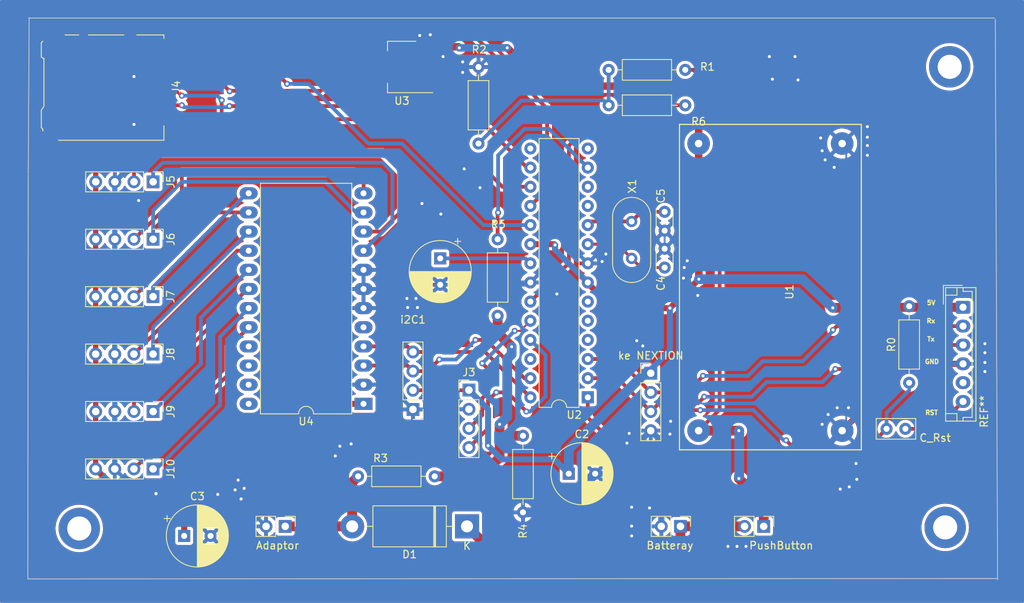
<source format=kicad_pcb>
(kicad_pcb (version 20240108) (generator "pcbnew") (generator_version "8.0")
  (layers (0 "F.Cu" signal) (31 "B.Cu" signal) (34 "B.Paste" user) (35 "F.Paste" user) (36 "B.SilkS" user "B.Silkscreen") (37 "F.SilkS" user "F.Silkscreen") (38 "B.Mask" user) (39 "F.Mask" user) (44 "Edge.Cuts" user))
  (net 0 "")
  (net 1 "GND")
  (net 2 "+5V")
  (net 3 "Net-(U2-AREF)")
  (net 4 "Net-(U2-XTAL1{slash}PB6)")
  (net 5 "Net-(U2-XTAL2{slash}PB7)")
  (net 6 "Net-(D1-A)")
  (net 7 "Net-(D1-K)")
  (net 8 "Net-(U2-PC4)")
  (net 9 "Net-(U2-PC5)")
  (net 10 "Net-(J1-Pin_1)")
  (net 11 "Net-(J2-Pin_2)")
  (net 12 "Net-(J2-Pin_3)")
  (net 13 "Net-(J3-Pin_3)")
  (net 14 "Net-(J3-Pin_4)")
  (net 16 "/CS")
  (net 17 "/MOSI")
  (net 18 "/SCLK")
  (net 19 "/MISO")
  (net 22 "Net-(J5-Pin_1)")
  (net 23 "Net-(J5-Pin_2)")
  (net 24 "Net-(J6-Pin_1)")
  (net 25 "Net-(J6-Pin_2)")
  (net 26 "Net-(J7-Pin_1)")
  (net 27 "Net-(J7-Pin_2)")
  (net 28 "Net-(J8-Pin_1)")
  (net 29 "Net-(J8-Pin_2)")
  (net 30 "Net-(J9-Pin_1)")
  (net 31 "Net-(J9-Pin_2)")
  (net 32 "Net-(J10-Pin_1)")
  (net 33 "Net-(J10-Pin_2)")
  (net 34 "Net-(U2-PD7)")
  (net 35 "Net-(U2-PC0)")
  (net 37 "Net-(R1-Pad2)")
  (net 38 "Net-(R3-Pad1)")
  (net 44 "3v3")
  (net 52 "RST")
  (net 53 "CRst_1")
  (footprint "Package_TO_SOT_SMD:SOT-223-3_TabPin2" (layer "F.Cu") (at 142.24 68.58 180)
    (property "Reference" "U3")
    (property "Value" "AMS1117-3.3")
  )
  (footprint "Resistor_THT:R_Axial_DIN0207_L6.3mm_D2.5mm_P10.16mm_Horizontal" (layer "F.Cu") (at 154.94 101.6 90)
    (property "Reference" "R5")
    (property "Value" "100")
  )
  (footprint "Connector_PinHeader_2.54mm:PinHeader_1x02_P2.54mm_Vertical" (layer "F.Cu") (at 179.197 129.54 -90)
    (property "Reference" "Batteray")
    (property "Value" "BATT")
  )
  (footprint "Resistor_THT:R_Axial_DIN0207_L6.3mm_D2.5mm_P10.16mm_Horizontal" (layer "F.Cu") (at 158.3 117.52 -90)
    (property "Reference" "R4")
    (property "Value" "22K")
  )
  (footprint "Connector_PinHeader_2.54mm:PinHeader_1x04_P2.54mm_Vertical" (layer "F.Cu") (at 151.13 111.46)
    (property "Reference" "J3")
    (property "Value" "AUX")
  )
  (footprint "Resistor_THT:R_Axial_DIN0207_L6.3mm_D2.5mm_P10.16mm_Horizontal" (layer "F.Cu") (at 179.832 68.961 180)
    (property "Reference" "R1")
    (property "Value" "10K")
  )
  (footprint "Connector_PinHeader_2.54mm:PinHeader_1x02_P2.54mm_Vertical" (layer "F.Cu") (at 190.246 129.54 -90)
    (property "Reference" "PushButton")
    (property "Value" "SWITCH")
  )
  (footprint "Capacitor_THT:C_Disc_D5.0mm_W2.5mm_P2.50mm" (layer "F.Cu") (at 206.55 116.6)
    (property "Reference" "C_Rst")
    (property "Value" "0.1uF/10V")
  )
  (footprint "Connector_PinHeader_2.54mm:PinHeader_1x04_P2.54mm_Vertical" (layer "F.Cu") (at 109.21 99.06 -90)
    (property "Reference" "J7")
    (property "Value" "T5")
  )
  (footprint "Connector_PinHeader_2.54mm:PinHeader_1x04_P2.54mm_Vertical" (layer "F.Cu") (at 109.22 114.3 -90)
    (property "Reference" "J9")
    (property "Value" "T7")
  )
  (footprint "eec:DC-DC" (layer "F.Cu") (at 191.77 99.06 90)
    (property "Reference" "U1")
    (property "Value" "DC-DC")
  )
  (footprint "Package_DIP:DIP-24_W15.24mm_LongPads" (layer "F.Cu") (at 137.14 113.281 180)
    (property "Reference" "U4")
    (property "Value" "TCA9548APWR")
  )
  (footprint "Package_DIP:DIP-28_W7.62mm" (layer "F.Cu") (at 166.904 112.416 180)
    (property "Reference" "U2")
    (property "Value" "ATmega328P-P")
  )
  (footprint "" (layer "F.Cu") (at 99.42 129.82)
    (property "Reference" "")
    (property "Value" "")
  )
  (footprint "Resistor_THT:R_Axial_DIN0207_L6.3mm_D2.5mm_P10.16mm_Horizontal" (layer "F.Cu") (at 209.55 110.49 90)
    (property "Reference" "R0")
    (property "Value" "10k")
  )
  (footprint "Capacitor_THT:CP_Radial_D8.0mm_P3.50mm" (layer "F.Cu") (at 147.32 93.98 -90)
    (property "Reference" "C1" (hide yes))
    (property "Value" "100uF/10V")
  )
  (footprint "Connector_PinHeader_2.54mm:PinHeader_1x04_P2.54mm_Vertical" (layer "F.Cu") (at 175.26 109.22)
    (property "Reference" "ke NEXTION")
    (property "Value" "RS232")
  )
  (footprint "Connector_PinHeader_2.54mm:PinHeader_1x02_P2.54mm_Vertical" (layer "F.Cu") (at 126.746 129.54 -90)
    (property "Reference" "Adaptor")
    (property "Value" "DC IN")
  )
  (footprint "Connector_PinHeader_2.54mm:PinHeader_1x04_P2.54mm_Vertical" (layer "F.Cu") (at 109.22 83.82 -90)
    (property "Reference" "J5")
    (property "Value" "T3")
  )
  (footprint "Diode_THT:D_DO-201AD_P15.24mm_Horizontal" (layer "F.Cu") (at 150.876 129.54 180)
    (property "Reference" "D1")
    (property "Value" "1N5401")
  )
  (footprint "Connector_PinHeader_2.54mm:PinHeader_1x04_P2.54mm_Vertical" (layer "F.Cu") (at 109.21 121.92 -90)
    (property "Reference" "J10")
    (property "Value" "T8")
  )
  (footprint "Connector_PinHeader_2.54mm:PinHeader_1x04_P2.54mm_Vertical" (layer "F.Cu") (at 109.21 106.68 -90)
    (property "Reference" "J8")
    (property "Value" "T6")
  )
  (footprint "MountingHole:MountingHole_3.2mm_M3_ISO14580_Pad" (layer "F.Cu") (at 214.33 129.68)
    (property "Reference" "REF**" (hide yes))
    (property "Value" "MountingHole_3.2mm_M3_ISO14580_Pad")
  )
  (footprint "Resistor_THT:R_Axial_DIN0207_L6.3mm_D2.5mm_P10.16mm_Horizontal" (layer "F.Cu") (at 152.4 78.74 90)
    (property "Reference" "R2")
    (property "Value" "4K7")
  )
  (footprint "Resistor_THT:R_Axial_DIN0207_L6.3mm_D2.5mm_P10.16mm_Horizontal" (layer "F.Cu") (at 179.832 73.66 180)
    (property "Reference" "R6")
    (property "Value" "100")
  )
  (footprint "Capacitor_THT:CP_Radial_D8.0mm_P3.50mm" (layer "F.Cu") (at 113.34 130.81)
    (property "Reference" "C3")
    (property "Value" "100uF/10V")
  )
  (footprint "Capacitor_THT:C_Disc_D3.0mm_W2.0mm_P2.50mm" (layer "F.Cu") (at 177.1 87.8 -90)
    (property "Reference" "C5")
    (property "Value" "22p")
  )
  (footprint "Capacitor_THT:C_Disc_D3.0mm_W2.0mm_P2.50mm" (layer "F.Cu") (at 177.1 95.2 90)
    (property "Reference" "C4")
    (property "Value" "22p")
  )
  (footprint "Connector_Card:microSD_HC_Hirose_DM3AT-SF-PEJM5" (layer "F.Cu") (at 102.765 71.305 -90)
    (property "Reference" "J4")
    (property "Value" "Micro_SD_Card")
  )
  (footprint "Crystal:Crystal_HC18-U_Vertical" (layer "F.Cu") (at 172.72 93.98 90)
    (property "Reference" "X1")
    (property "Value" "Crystal")
  )
  (footprint "Connector_PinHeader_2.54mm:PinHeader_1x04_P2.54mm_Vertical" (layer "F.Cu") (at 143.7 114.02 180)
    (property "Reference" "i2C1")
    (property "Value" "J2")
  )
  (footprint "Connector_PinHeader_2.54mm:PinHeader_1x04_P2.54mm_Vertical" (layer "F.Cu") (at 109.22 91.44 -90)
    (property "Reference" "J6")
    (property "Value" "T4")
  )
  (footprint "Capacitor_THT:CP_Radial_D8.0mm_P3.50mm" (layer "F.Cu") (at 164.378 122.555)
    (property "Reference" "C2")
    (property "Value" "100uf/10V")
  )
  (footprint "Resistor_THT:R_Axial_DIN0207_L6.3mm_D2.5mm_P10.16mm_Horizontal" (layer "F.Cu") (at 146.58 122.9 180)
    (property "Reference" "R3")
    (property "Value" "33K")
  )
  (footprint "Connector_JST:JST_EH_B6B-EH-A_1x06_P2.50mm_Vertical" (layer "F.Cu") (at 216.7 100.47 -90)
    (property "Reference" "REF**")
    (property "Value" "JST_EH_B6B-EH-A_1x06_P2.50mm_Vertical" (hide yes))
  )
  (footprint "" (layer "F.Cu") (at 214.93 68.56)
    (property "Reference" "")
    (property "Value" "")
  )
  (gr_line (start 92.5925 136.51) (end 221.175 136.47) (stroke (width 0.1)) (layer "Edge.Cuts"))
  (gr_line (start 92.77 62.05) (end 92.65 82.73) (stroke (width 0.1)) (layer "Edge.Cuts"))
  (gr_line (start 92.6475 82.85) (end 92.5925 136.51) (stroke (width 0.1)) (layer "Edge.Cuts"))
  (gr_line (start 220.87 62.09) (end 92.71 62.09) (stroke (width 0.1)) (layer "Edge.Cuts"))
  (gr_line (start 221.285 136.61) (end 220.98 62.23) (stroke (width 0.1)) (layer "Edge.Cuts"))
  (gr_text "RST\n" (at 211.62 114.8 0) (layer "F.SilkS") (effects (font (size 0.6 0.6) (thickness 0.15) (bold yes)) (justify left bottom)))
  (gr_text "Tx" (at 211.86 105.04 0) (layer "F.SilkS") (effects (font (size 0.6 0.6) (thickness 0.15) (bold yes)) (justify left bottom)))
  (gr_text "GND\n" (at 211.56 108.03 0) (layer "F.SilkS") (effects (font (size 0.6 0.6) (thickness 0.15) (bold yes)) (justify left bottom)))
  (gr_text "5V\n" (at 211.83 100.21 0) (layer "F.SilkS") (effects (font (size 0.6 0.6)) (justify left bottom)))
  (gr_text "Rx" (at 211.79 102.63 0) (layer "F.SilkS") (effects (font (size 0.6 0.6)) (justify left bottom)))
  (segment (start 142.919 100.581) (end 137.14 100.581) (width 0.5) (layer "F.Cu") (net 1))
  (segment (start 144.1 99.4) (end 142.919 100.581) (width 0.5) (layer "F.Cu") (net 1))
  (segment (start 144.1 99.3) (end 144.1 99.4) (width 0.5) (layer "F.Cu") (net 1))
  (segment (start 212.8 113.32) (end 212.8 108.84) (width 0.8) (layer "F.Cu") (net 1))
  (segment (start 213.67 107.97) (end 216.7 107.97) (width 0.8) (layer "F.Cu") (net 1))
  (segment (start 200.66 116.84) (end 204.18 113.32) (width 0.8) (layer "F.Cu") (net 1))
  (segment (start 158.98 97.48) (end 159.284 97.176) (width 0.25) (layer "F.Cu") (net 1))
  (segment (start 147.94 68.58) (end 152.4 68.58) (width 0.5) (layer "F.Cu") (net 1))
  (segment (start 147.32 97.48) (end 145.92 97.48) (width 0.5) (layer "F.Cu") (net 1))
  (segment (start 212.8 108.84) (end 213.67 107.97) (width 0.8) (layer "F.Cu") (net 1))
  (segment (start 145.39 70.88) (end 145.64 70.88) (width 0.25) (layer "F.Cu") (net 1))
  (segment (start 107.95 68.58) (end 106.68 69.85) (width 0.8) (layer "F.Cu") (net 1))
  (segment (start 145.64 70.88) (end 147.94 68.58) (width 0.5) (layer "F.Cu") (net 1))
  (segment (start 110.49 68.58) (end 107.95 68.58) (width 0.8) (layer "F.Cu") (net 1))
  (segment (start 145.92 97.48) (end 144.1 99.3) (width 0.5) (layer "F.Cu") (net 1))
  (segment (start 204.18 113.32) (end 212.8 113.32) (width 0.8) (layer "F.Cu") (net 1))
  (via (at 219.6 109) (size 0.8) (drill 0.4) (layers "F.Cu" "B.Cu") (net 1))
  (via (at 144.6 64.4) (size 0.8) (drill 0.4) (layers "F.Cu" "B.Cu") (net 1))
  (via (at 219.6 106.5) (size 0.8) (drill 0.4) (layers "F.Cu" "B.Cu") (net 1))
  (via (at 120.9 125.9) (size 0.8) (drill 0.4) (layers "F.Cu" "B.Cu") (net 1))
  (via (at 147.4 88.1) (size 0.8) (drill 0.4) (layers "F.Cu" "B.Cu") (net 1))
  (via (at 144.9 86.7) (size 0.8) (drill 0.4) (layers "F.Cu" "B.Cu") (net 1))
  (via (at 174.2 105.6) (size 0.8) (drill 0.4) (layers "F.Cu" "B.Cu") (net 1))
  (via (at 219.6 107.8) (size 0.8) (drill 0.4) (layers "F.Cu" "B.Cu") (net 1))
  (via (at 133.4 120.2) (size 0.8) (drill 0.4) (layers "F.Cu" "B.Cu") (net 1))
  (via (at 146 64.3) (size 0.8) (drill 0.4) (layers "F.Cu" "B.Cu") (net 1))
  (via (at 198 116) (size 0.8) (drill 0.4) (layers "F.Cu" "B.Cu") (net 1))
  (via (at 169.3 93.4) (size 0.8) (drill 0.4) (layers "F.Cu" "B.Cu") (net 1))
  (via (at 107.3 86.3) (size 0.8) (drill 0.4) (layers "F.Cu" "B.Cu") (net 1))
  (via (at 201.5 113.8) (size 0.8) (drill 0.4) (layers "F.Cu" "B.Cu") (net 1))
  (via (at 121.3 124.5) (size 0.8) (drill 0.4) (layers "F.Cu" "B.Cu") (net 1))
  (via (at 172.1 118.5) (size 0.8) (drill 0.4) (layers "F.Cu" "B.Cu") (net 1))
  (via (at 191 67.2) (size 0.8) (drill 0.4) (layers "F.Cu" "B.Cu") (net 1))
  (via (at 173.4 104.9) (size 0.8) (drill 0.4) (layers "F.Cu" "B.Cu") (net 1))
  (via (at 162.8 98.7) (size 0.8) (drill 0.4) (layers "F.Cu" "B.Cu") (net 1))
  (via (at 172.72 127) (size 0.8) (drill 0.4) (layers "F.Cu" "B.Cu") (net 1))
  (via (at 142.9 99.3) (size 0.8) (drill 0.4) (layers "F.Cu" "B.Cu") (net 1))
  (via (at 201.6 124.3) (size 0.8) (drill 0.4) (layers "F.Cu" "B.Cu") (net 1))
  (via (at 172.72 130.81) (size 0.8) (drill 0.4) (layers "F.Cu" "B.Cu") (net 1))
  (via (at 179.7 95.2) (size 0.8) (drill 0.4) (layers "F.Cu" "B.Cu") (net 1))
  (via (at 199.6 81.9) (size 0.8) (drill 0.4) (layers "F.Cu" "B.Cu") (net 1))
  (via (at 106.68 69.85) (size 0.8) (drill 0.4) (layers "F.Cu" "B.Cu") (net 1))
  (via (at 120.1 124.7) (size 0.8) (drill 0.4) (layers "F.Cu" "B.Cu") (net 1))
  (via (at 202.5 121.2) (size 0.8) (drill 0.4) (layers "F.Cu" "B.Cu") (net 1))
  (via (at 150.3 69.3) (size 0.8) (drill 0.4) (layers "F.Cu" "B.Cu") (net 1))
  (via (at 172.72 129.5) (size 0.8) (drill 0.4) (layers "F.Cu" "B.Cu") (net 1))
  (via (at 134 118.9) (size 0.8) (drill 0.4) (layers "F.Cu" "B.Cu") (net 1))
  (via (at 175.1 127.1) (size 0.8) (drill 0.4) (layers "F.Cu" "B.Cu") (net 1))
  (via (at 147.7 67.2) (size 0.8) (drill 0.4) (layers "F.Cu" "B.Cu") (net 1))
  (via (at 179.6 96.6) (size 0.8) (drill 0.4) (layers "F.Cu" "B.Cu") (net 1))
  (via (at 168.8 94.4) (size 0.8) (drill 0.4) (layers "F.Cu" "B.Cu") (net 1))
  (via (at 135.5 118.6) (size 0.8) (drill 0.4) (layers "F.Cu" "B.Cu") (net 1))
  (via (at 200.4 124.6) (size 0.8) (drill 0.4) (layers "F.Cu" "B.Cu") (net 1))
  (via (at 194.8 70.3) (size 0.8) (drill 0.4) (layers "F.Cu" "B.Cu") (net 1))
  (via (at 109.6 125.2) (size 0.8) (drill 0.4) (layers "F.Cu" "B.Cu") (net 1))
  (via (at 106.68 76.2) (size 0.8) (drill 0.4) (layers "F.Cu" "B.Cu") (net 1))
  (via (at 120.5 123.4) (size 0.8) (drill 0.4) (layers "F.Cu" "B.Cu") (net 1))
  (via (at 198.4 80.9) (size 0.8) (drill 0.4) (layers "F.Cu" "B.Cu") (net 1))
  (via (at 187.9 132.2) (size 0.8) (drill 0.4) (layers "F.Cu" "B.Cu") (net 1))
  (via (at 150.5 82.1) (size 0.8) (drill 0.4) (layers "F.Cu" "B.Cu") (net 1))
  (via (at 204 77.9) (size 0.8) (drill 0.4) (layers "F.Cu" "B.Cu") (net 1))
  (via (at 191.4 70.2) (size 0.8) (drill 0.4) (layers "F.Cu" "B.Cu") (net 1))
  (via (at 177.9 115.6) (size 0.8) (drill 0.4) (layers "F.Cu" "B.Cu") (net 1))
  (via (at 204 80.3) (size 0.8) (drill 0.4) (layers "F.Cu" "B.Cu") (net 1))
  (via (at 197.8 78) (size 0.8) (drill 0.4) (layers "F.Cu" "B.Cu") (net 1))
  (via (at 185.5 132.2) (size 0.8) (drill 0.4) (layers "F.Cu" "B.Cu") (net 1))
  (via (at 144.1 99.3) (size 0.8) (drill 0.4) (layers "F.Cu" "B.Cu") (net 1))
  (via (at 200 113.8) (size 0.8) (drill 0.4) (layers "F.Cu" "B.Cu") (net 1))
  (via (at 204 76.5) (size 0.8) (drill 0.4) (layers "F.Cu" "B.Cu") (net 1))
  (via (at 177.8 117.3) (size 0.8) (drill 0.4) (layers "F.Cu" "B.Cu") (net 1))
  (via (at 219.6 105.3) (size 0.8) (drill 0.4) (layers "F.Cu" "B.Cu") (net 1))
  (via (at 180.1 94.3) (size 0.8) (drill 0.4) (layers "F.Cu" "B.Cu") (net 1))
  (via (at 117.8 125.3) (size 0.8) (drill 0.4) (layers "F.Cu" "B.Cu") (net 1))
  (via (at 202.6 123.3) (size 0.8) (drill 0.4) (layers "F.Cu" "B.Cu") (net 1))
  (via (at 143 100.5) (size 0.8) (drill 0.4) (layers "F.Cu" "B.Cu") (net 1))
  (via (at 172.4 117.2) (size 0.8) (drill 0.4) (layers "F.Cu" "B.Cu") (net 1))
  (via (at 181.5 98.9) (size 0.8) (drill 0.4) (layers "F.Cu" "B.Cu") (net 1))
  (via (at 204 79) (size 0.8) (drill 0.4) (layers "F.Cu" "B.Cu") (net 1))
  (via (at 198.8 114.7) (size 0.8) (drill 0.4) (layers "F.Cu" "B.Cu") (net 1))
  (via (at 186.7 132.2) (size 0.8) (drill 0.4) (layers "F.Cu" "B.Cu") (net 1))
  (via (at 150.3 67.9) (size 0.8) (drill 0.4) (layers "F.Cu" "B.Cu") (net 1))
  (via (at 144.3 100.5) (size 0.8) (drill 0.4) (layers "F.Cu" "B.Cu") (net 1))
  (via (at 120.9 125.9) (size 0.8) (drill 0.4) (layers "F.Cu" "B.Cu") (net 1))
  (via (at 109.6 125.2) (size 0.8) (drill 0.4) (layers "F.Cu" "B.Cu") (net 1))
  (via (at 198 79.7) (size 0.8) (drill 0.4) (layers "F.Cu" "B.Cu") (net 1))
  (via (at 194.4 67.2) (size 0.8) (drill 0.4) (layers "F.Cu" "B.Cu") (net 1))
  (via (at 152.6 84.6) (size 0.8) (drill 0.4) (layers "F.Cu" "B.Cu") (net 1))
  (segment (start 117.8 129.85) (end 117.8 125.3) (width 0.5) (layer "B.Cu") (net 1))
  (segment (start 104.14 91.44) (end 104.14 83.82) (width 0.7) (layer "B.Cu") (net 1))
  (segment (start 116.84 130.81) (end 117.8 129.85) (width 0.5) (layer "B.Cu") (net 1))
  (segment (start 168.7 92.84) (end 168.7 80.22) (width 0.5) (layer "B.Cu") (net 1))
  (segment (start 104.13 121.92) (end 107.41 125.2) (width 0.5) (layer "B.Cu") (net 1))
  (segment (start 176.657 129.54) (end 176.657 127.743) (width 0.8) (layer "B.Cu") (net 1))
  (segment (start 104.13 106.68) (end 104.13 99.06) (width 0.7) (layer "B.Cu") (net 1))
  (segment (start 166.904 94.636) (end 168.7 92.84) (width 0.5) (layer "B.Cu") (net 1))
  (segment (start 176.657 127.743) (end 179.419 124.981) (width 0.8) (layer "B.Cu") (net 1))
  (segment (start 162.753 127.68) (end 167.878 122.555) (width 1.3) (layer "B.Cu") (net 1))
  (segment (start 104.14 106.69) (end 104.13 106.68) (width 0.25) (layer "B.Cu") (net 1))
  (segment (start 162.1 91.1) (end 163.4 91.1) (width 0.5) (layer "B.Cu") (net 1))
  (segment (start 170.18 78.74) (end 172.42 76.5) (width 0.25) (layer "B.Cu") (net 1))
  (segment (start 121.666 126.666) (end 120.9 125.9) (width 0.5) (layer "B.Cu") (net 1))
  (segment (start 163.4 91.1) (end 163.4 91.132) (width 0.25) (layer "B.Cu") (net 1))
  (segment (start 192.519 124.981) (end 200.66 116.84) (width 0.8) (layer "B.Cu") (net 1))
  (segment (start 152.4 68.58) (end 153.67 67.31) (width 0.5) (layer "B.Cu") (net 1))
  (segment (start 169.545 122.555) (end 175.26 116.84) (width 0.8) (layer "B.Cu") (net 1))
  (segment (start 176.657 118.237) (end 176.657 129.54) (width 0.8) (layer "B.Cu") (net 1))
  (segment (start 104.13 114.31) (end 104.14 114.3) (width 0.25) (layer "B.Cu") (net 1))
  (segment (start 147.32 97.48) (end 158.98 97.48) (width 0.5) (layer "B.Cu") (net 1))
  (segment (start 201.2 116.3) (end 200.66 116.84) (width 0.25) (layer "B.Cu") (net 1))
  (segment (start 163.4 91.132) (end 166.904 94.636) (width 0.5) (layer "B.Cu") (net 1))
  (segment (start 167.878 122.555) (end 169.545 122.555) (width 0.8) (layer "B.Cu") (net 1))
  (segment (start 198.42 76.5) (end 200.66 78.74) (width 0.5) (layer "B.Cu") (net 1))
  (segment (start 172.72 76.2) (end 170.18 78.74) (width 0.5) (layer "B.Cu") (net 1))
  (segment (start 152.4 68.58) (end 151.78 68.58) (width 0.25) (layer "B.Cu") (net 1))
  (segment (start 121.666 127) (end 121.666 126.666) (width 0.5) (layer "B.Cu") (net 1))
  (segment (start 172.42 76.5) (end 198.42 76.5) (width 0.5) (layer "B.Cu") (net 1))
  (segment (start 109.7 125.3) (end 109.6 125.2) (width 0.25) (layer "B.Cu") (net 1))
  (segment (start 104.13 99.06) (end 104.13 91.45) (width 0.7) (layer "B.Cu") (net 1))
  (segment (start 104.14 83.82) (end 106.68 81.28) (width 0.7) (layer "B.Cu") (net 1))
  (segment (start 117.8 125.3) (end 109.7 125.3) (width 0.5) (layer "B.Cu") (net 1))
  (segment (start 143.7 114.02) (end 151.11 114.02) (width 0.5) (layer "B.Cu") (net 1))
  (segment (start 177.1 90.3) (end 177.1 92.7) (width 0.25) (layer "B.Cu") (net 1))
  (segment (start 151.11 114.02) (end 151.13 114) (width 0.5) (layer "B.Cu") (net 1))
  (segment (start 158.98 97.48) (end 159.284 97.176) (width 0.5) (layer "B.Cu") (net 1))
  (segment (start 104.14 114.3) (end 104.14 106.69) (width 0.7) (layer "B.Cu") (net 1))
  (segment (start 104.13 91.45) (end 104.14 91.44) (width 0.25) (layer "B.Cu") (net 1))
  (segment (start 137.14 110.741) (end 140.421 110.741) (width 0.5) (layer "B.Cu") (net 1))
  (segment (start 161.4 91.8) (end 162.1 91.1) (width 0.5) (layer "B.Cu") (net 1))
  (segment (start 175.26 116.84) (end 176.657 118.237) (width 0.8) (layer "B.Cu") (net 1))
  (segment (start 124.206 129.54) (end 121.666 127) (width 0.5) (layer "B.Cu") (net 1))
  (segment (start 201.2 79.28) (end 201.2 116.3) (width 0.25) (layer "B.Cu") (net 1))
  (segment (start 168.7 80.22) (end 170.18 78.74) (width 0.5) (layer "B.Cu") (net 1))
  (segment (start 161.4 95.06) (end 161.4 91.8) (width 0.5) (layer "B.Cu") (net 1))
  (segment (start 159.284 97.176) (end 161.4 95.06) (width 0.5) (layer "B.Cu") (net 1))
  (segment (start 179.419 124.981) (end 192.519 124.981) (width 0.8) (layer "B.Cu") (net 1))
  (segment (start 106.68 81.28) (end 106.68 69.85) (width 0.7) (layer "B.Cu") (net 1))
  (segment (start 140.421 110.741) (end 143.7 114.02) (width 0.5) (layer "B.Cu") (net 1))
  (segment (start 104.13 121.92) (end 104.13 114.31) (width 0.7) (layer "B.Cu") (net 1))
  (segment (start 158.3 127.68) (end 162.753 127.68) (width 1.3) (layer "B.Cu") (net 1))
  (segment (start 153.67 67.31) (end 172.72 67.31) (width 0.5) (layer "B.Cu") (net 1))
  (segment (start 151.13 114) (end 149.8 114) (width 0.25) (layer "B.Cu") (net 1))
  (segment (start 119.5 127) (end 117.8 125.3) (width 0.5) (layer "B.Cu") (net 1))
  (segment (start 172.72 67.31) (end 172.72 76.2) (width 0.5) (layer "B.Cu") (net 1))
  (segment (start 121.666 127) (end 119.5 127) (width 0.5) (layer "B.Cu") (net 1))
  (segment (start 200.66 78.74) (end 201.2 79.28) (width 0.25) (layer "B.Cu") (net 1))
  (segment (start 107.41 125.2) (end 109.6 125.2) (width 0.5) (layer "B.Cu") (net 1))
  (segment (start 166.904 97.176) (end 166.904 97.272629) (width 0.4) (layer "F.Cu") (net 2))
  (segment (start 166.904 97.272629) (end 170.215371 100.584) (width 0.8) (layer "F.Cu") (net 2))
  (segment (start 181.61 72.398836) (end 180.331164 71.12) (width 1) (layer "F.Cu") (net 2))
  (segment (start 162.454 92.096) (end 159.284 92.096) (width 0.8) (layer "F.Cu") (net 2))
  (segment (start 205.33 100.55) (end 205.33 100.43) (width 0.25) (layer "F.Cu") (net 2))
  (segment (start 205.33 100.43) (end 205.45 100.43) (width 0.25) (layer "F.Cu") (net 2))
  (segment (start 180.331164 71.12) (end 161.29 71.12) (width 1) (layer "F.Cu") (net 2))
  (segment (start 151.13 111.46) (end 149.8 111.46) (width 0.25) (layer "F.Cu") (net 2))
  (segment (start 181.64 96.74) (end 181.64 96.744) (width 0.25) (layer "F.Cu") (net 2))
  (segment (start 151.11 111.48) (end 151.13 111.46) (width 0.5) (layer "F.Cu") (net 2))
  (segment (start 181.59 96.79) (end 181.61 96.81) (width 0.25) (layer "F.Cu") (net 2))
  (segment (start 205.41 100.47) (end 216.7 100.47) (width 1.2) (layer "F.Cu") (net 2))
  (segment (start 181.61 78.74) (end 181.61 72.398836) (width 1) (layer "F.Cu") (net 2))
  (segment (start 145.39 66.28) (end 145.77 65.9) (width 1) (layer "F.Cu") (net 2))
  (segment (start 143.7 111.48) (end 151.11 111.48) (width 0.5) (layer "F.Cu") (net 2))
  (segment (start 181.64 96.744) (end 177.8 100.584) (width 0.8) (layer "F.Cu") (net 2))
  (segment (start 145.77 65.9) (end 149.72 65.9) (width 1) (layer "F.Cu") (net 2))
  (segment (start 205.34 100.54) (end 205.33 100.55) (width 0.25) (layer "F.Cu") (net 2))
  (segment (start 149.72 65.9) (end 149.86 66.04) (width 1) (layer "F.Cu") (net 2))
  (segment (start 181.61 96.81) (end 181.61 96.873878) (width 0.25) (layer "F.Cu") (net 2))
  (segment (start 205.45 100.43) (end 205.41 100.47) (width 0.25) (layer "F.Cu") (net 2))
  (segment (start 162.56 92.202) (end 162.454 92.096) (width 0.25) (layer "F.Cu") (net 2))
  (segment (start 170.215371 100.584) (end 177.8 100.584) (width 0.8) (layer "F.Cu") (net 2))
  (segment (start 181.61 78.74) (end 181.64 96.74) (width 1) (layer "F.Cu") (net 2))
  (segment (start 181.61 96.77) (end 181.59 96.79) (width 0.25) (layer "F.Cu") (net 2))
  (segment (start 161.29 71.12) (end 156.21 66.04) (width 1) (layer "F.Cu") (net 2))
  (segment (start 181.64 96.74) (end 181.61 96.77) (width 0.25) (layer "F.Cu") (net 2))
  (segment (start 205.34 100.54) (end 205.46 100.54) (width 0.25) (layer "F.Cu") (net 2))
  (segment (start 199.41 100.54) (end 205.34 100.54) (width 1.3) (layer "F.Cu") (net 2))
  (via (at 181.64 96.74) (size 0.8) (drill 0.4) (layers "F.Cu" "B.Cu") (net 2))
  (via (at 153.67 118.832) (size 0.8) (drill 0.4) (layers "F.Cu" "B.Cu") (net 2))
  (via (at 162.56 92.202) (size 0.8) (drill 0.4) (layers "F.Cu" "B.Cu") (net 2))
  (via (at 149.86 66.04) (size 0.8) (drill 0.4) (layers "F.Cu" "B.Cu") (net 2))
  (via (at 177.8 100.584) (size 0.8) (drill 0.4) (layers "F.Cu" "B.Cu") (net 2))
  (via (at 156.21 66.04) (size 0.8) (drill 0.4) (layers "F.Cu" "B.Cu") (net 2))
  (via (at 199.41 100.54) (size 0.8) (drill 0.4) (layers "F.Cu" "B.Cu") (net 2))
  (segment (start 162.473 120.65) (end 155.488 120.65) (width 0.8) (layer "B.Cu") (net 2))
  (segment (start 181.64 96.74) (end 195.37 96.74) (width 1.3) (layer "B.Cu") (net 2))
  (segment (start 174.48 109.22) (end 164.378 119.322) (width 1.3) (layer "B.Cu") (net 2))
  (segment (start 155.488 120.65) (end 153.67 118.832) (width 0.8) (layer "B.Cu") (net 2))
  (segment (start 164.378 119.322) (end 164.378 120.102) (width 1.3) (layer "B.Cu") (net 2))
  (segment (start 151.13 111.46) (end 153.67 114) (width 0.8) (layer "B.Cu") (net 2))
  (segment (start 164.378 120.102) (end 164.378 122.555) (width 1.3) (layer "B.Cu") (net 2))
  (segment (start 175.26 109.22) (end 174.48 109.22) (width 1.3) (layer "B.Cu") (net 2))
  (segment (start 177.8 100.584) (end 177.8 106.172) (width 0.8) (layer "B.Cu") (net 2))
  (segment (start 199.41 100.54) (end 199.21 100.58) (width 0.25) (layer "B.Cu") (net 2))
  (segment (start 162.56 92.832) (end 166.904 97.176) (width 0.8) (layer "B.Cu") (net 2))
  (segment (start 149.86 66.04) (end 156.21 66.04) (width 1) (layer "B.Cu") (net 2))
  (segment (start 195.37 96.74) (end 199.41 100.54) (width 1.3) (layer "B.Cu") (net 2))
  (segment (start 153.67 114) (end 153.67 118.832) (width 0.8) (layer "B.Cu") (net 2))
  (segment (start 164.378 122.555) (end 162.473 120.65) (width 0.8) (layer "B.Cu") (net 2))
  (segment (start 177.8 106.172) (end 175.26 108.712) (width 0.8) (layer "B.Cu") (net 2))
  (segment (start 162.56 92.202) (end 162.56 92.832) (width 0.8) (layer "B.Cu") (net 2))
  (segment (start 147.32 93.98) (end 158.628 93.98) (width 0.5) (layer "B.Cu") (net 3))
  (segment (start 158.628 93.98) (end 159.284 94.636) (width 0.5) (layer "B.Cu") (net 3))
  (segment (start 166.904 92.096) (end 170.836 92.096) (width 0.4) (layer "F.Cu") (net 4))
  (segment (start 172.72 93.98) (end 173.94 95.2) (width 0.4) (layer "F.Cu") (net 4))
  (segment (start 170.836 92.096) (end 172.72 93.98) (width 0.4) (layer "F.Cu") (net 4))
  (segment (start 173.94 95.2) (end 177.1 95.2) (width 0.4) (layer "F.Cu") (net 4))
  (segment (start 174 87.8) (end 172.72 89.08) (width 0.5) (layer "F.Cu") (net 5))
  (segment (start 177.1 87.8) (end 174 87.8) (width 0.5) (layer "F.Cu") (net 5))
  (segment (start 167.38 89.08) (end 166.904 89.556) (width 0.5) (layer "F.Cu") (net 5))
  (segment (start 172.72 89.08) (end 167.38 89.08) (width 0.5) (layer "F.Cu") (net 5))
  (segment (start 135.89 129.286) (end 135.636 129.54) (width 0.25) (layer "F.Cu") (net 6))
  (segment (start 126.746 129.54) (end 135.636 129.54) (width 1.3) (layer "F.Cu") (net 6))
  (segment (start 135.636 129.54) (end 135.636 123.684) (width 1.3) (layer "F.Cu") (net 6))
  (segment (start 135.636 123.684) (end 136.42 122.9) (width 1.3) (layer "F.Cu") (net 6))
  (segment (start 179.197 129.54) (end 187.706 129.54) (width 1.3) (layer "F.Cu") (net 7))
  (segment (start 179.197 131.203) (end 177.3 133.1) (width 1.3) (layer "F.Cu") (net 7))
  (segment (start 154.436 133.1) (end 150.876 129.54) (width 1.3) (layer "F.Cu") (net 7))
  (segment (start 179.197 129.54) (end 179.197 131.203) (width 1.3) (layer "F.Cu") (net 7))
  (segment (start 177.3 133.1) (end 154.436 133.1) (width 1.3) (layer "F.Cu") (net 7))
  (segment (start 153.4 104.8) (end 158.476 109.876) (width 0.5) (layer "F.Cu") (net 8))
  (segment (start 152 104.8) (end 153.4 104.8) (width 0.5) (layer "F.Cu") (net 8))
  (segment (start 158.476 109.876) (end 159.284 109.876) (width 0.25) (layer "F.Cu") (net 8))
  (segment (start 142.961 108.201) (end 143.7 108.94) (width 0.5) (layer "F.Cu") (net 8))
  (segment (start 145.66 108.94) (end 147.2 107.4) (width 0.5) (layer "F.Cu") (net 8))
  (segment (start 137.14 108.201) (end 142.961 108.201) (width 0.5) (layer "F.Cu") (net 8))
  (segment (start 143.7 108.94) (end 145.66 108.94) (width 0.5) (layer "F.Cu") (net 8))
  (via (at 147.2 107.4) (size 0.8) (drill 0.4) (layers "F.Cu" "B.Cu") (net 8))
  (via (at 152 104.8) (size 0.8) (drill 0.4) (layers "F.Cu" "B.Cu") (net 8))
  (segment (start 147.2 107.4) (end 149.4 107.4) (width 0.5) (layer "B.Cu") (net 8))
  (segment (start 149.4 107.4) (end 152 104.8) (width 0.5) (layer "B.Cu") (net 8))
  (segment (start 137.14 105.661) (end 142.961 105.661) (width 0.5) (layer "F.Cu") (net 9))
  (segment (start 153.268 106.4) (end 159.284 112.416) (width 0.5) (layer "F.Cu") (net 9))
  (segment (start 142.961 105.661) (end 143.7 106.4) (width 0.5) (layer "F.Cu") (net 9))
  (segment (start 143.7 106.4) (end 153.268 106.4) (width 0.5) (layer "F.Cu") (net 9))
  (segment (start 190.246 126.492) (end 190.246 129.54) (width 1.3) (layer "F.Cu") (net 10))
  (segment (start 186.944 116.84) (end 181.61 116.84) (width 1.3) (layer "F.Cu") (net 10))
  (segment (start 180.9115 68.961) (end 184.4 72.4495) (width 0.5) (layer "F.Cu") (net 10))
  (segment (start 179.832 68.961) (end 180.9115 68.961) (width 0.5) (layer "F.Cu") (net 10))
  (segment (start 184.4 114.05) (end 181.61 116.84) (width 0.5) (layer "F.Cu") (net 10))
  (segment (start 184.4 72.4495) (end 184.4 114.05) (width 0.5) (layer "F.Cu") (net 10))
  (segment (start 186.944 123.19) (end 190.246 126.492) (width 1.3) (layer "F.Cu") (net 10))
  (segment (start 187.003878 116.84) (end 186.944 116.84) (width 1.3) (layer "F.Cu") (net 10))
  (via (at 186.944 116.84) (size 0.8) (drill 0.4) (layers "F.Cu" "B.Cu") (net 10))
  (via (at 186.944 123.19) (size 0.8) (drill 0.4) (layers "F.Cu" "B.Cu") (net 10))
  (segment (start 186.998 116.894) (end 186.998 122.882) (width 1.3) (layer "B.Cu") (net 10))
  (segment (start 186.998 122.882) (end 186.944 122.936) (width 1.3) (layer "B.Cu") (net 10))
  (segment (start 186.944 116.84) (end 186.998 116.894) (width 1.3) (layer "B.Cu") (net 10))
  (segment (start 182.19 109.61) (end 182.19 109.57) (width 0.25) (layer "F.Cu") (net 11))
  (segment (start 180.04 111.76) (end 182.19 109.61) (width 0.5) (layer "F.Cu") (net 11))
  (segment (start 182.19 109.57) (end 182.23 109.57) (width 0.25) (layer "F.Cu") (net 11))
  (segment (start 182.23 109.57) (end 182.27 109.53) (width 0.25) (layer "F.Cu") (net 11))
  (segment (start 199.95 102.97) (end 216.7 102.97) (width 0.5) (layer "F.Cu") (net 11))
  (segment (start 170.836 107.336) (end 175.26 111.76) (width 0.5) (layer "F.Cu") (net 11))
  (segment (start 166.904 107.336) (end 170.836 107.336) (width 0.5) (layer "F.Cu") (net 11))
  (segment (start 199.45 103.47) (end 199.95 102.97) (width 0.5) (layer "F.Cu") (net 11))
  (segment (start 175.26 111.76) (end 180.04 111.76) (width 0.5) (layer "F.Cu") (net 11))
  (via (at 182.19 109.57) (size 0.8) (drill 0.4) (layers "F.Cu" "B.Cu") (net 11))
  (via (at 199.45 103.47) (size 0.8) (drill 0.4) (layers "F.Cu" "B.Cu") (net 11))
  (segment (start 195.415 107.63) (end 199.42 103.625) (width 0.5) (layer "B.Cu") (net 11))
  (segment (start 190.11 107.63) (end 195.415 107.63) (width 0.5) (layer "B.Cu") (net 11))
  (segment (start 188.17 109.57) (end 190.11 107.63) (width 0.5) (layer "B.Cu") (net 11))
  (segment (start 199.42 103.625) (end 199.42 103.495) (width 0.25) (layer "B.Cu") (net 11))
  (segment (start 182.19 109.57) (end 188.17 109.57) (width 0.5) (layer "B.Cu") (net 11))
  (segment (start 201.78 108.66) (end 204.97 105.47) (width 0.5) (layer "F.Cu") (net 12))
  (segment (start 166.904 109.876) (end 170.836 109.876) (width 0.5) (layer "F.Cu") (net 12))
  (segment (start 199.76 108.66) (end 201.78 108.66) (width 0.5) (layer "F.Cu") (net 12))
  (segment (start 182.35 112.34) (end 182.39 112.34) (width 0.25) (layer "F.Cu") (net 12))
  (segment (start 170.836 109.876) (end 175.26 114.3) (width 0.5) (layer "F.Cu") (net 12))
  (segment (start 175.26 114.3) (end 176.36 113.2) (width 0.5) (layer "F.Cu") (net 12))
  (segment (start 176.36 113.2) (end 181.53 113.2) (width 0.5) (layer "F.Cu") (net 12))
  (segment (start 181.53 113.2) (end 182.35 112.38) (width 0.5) (layer "F.Cu") (net 12))
  (segment (start 182.39 112.34) (end 182.39 112.34) (width 0.25) (layer "F.Cu") (net 12))
  (segment (start 182.35 112.38) (end 182.35 112.34) (width 0.25) (layer "F.Cu") (net 12))
  (segment (start 204.97 105.47) (end 216.7 105.47) (width 0.5) (layer "F.Cu") (net 12))
  (via (at 199.76 108.66) (size 0.8) (drill 0.4) (layers "F.Cu" "B.Cu") (net 12))
  (via (at 182.35 112.34) (size 0.8) (drill 0.4) (layers "F.Cu" "B.Cu") (net 12))
  (segment (start 199.77 108.66) (end 199.69 108.74) (width 0.25) (layer "B.Cu") (net 12))
  (segment (start 198.03 110.4) (end 199.76 108.67) (width 0.5) (layer "B.Cu") (net 12))
  (segment (start 199.76 108.66) (end 199.77 108.66) (width 0.25) (layer "B.Cu") (net 12))
  (segment (start 199.76 108.67) (end 199.76 108.66) (width 0.25) (layer "B.Cu") (net 12))
  (segment (start 190.62 110.4) (end 198.03 110.4) (width 0.5) (layer "B.Cu") (net 12))
  (segment (start 188.68 112.34) (end 190.62 110.4) (width 0.5) (layer "B.Cu") (net 12))
  (segment (start 182.35 112.34) (end 188.68 112.34) (width 0.5) (layer "B.Cu") (net 12))
  (segment (start 153.67 111.753984) (end 153.67 108.67) (width 0.5) (layer "F.Cu") (net 13))
  (segment (start 157.2 103.6) (end 157.94 103.6) (width 0.25) (layer "F.Cu") (net 13))
  (segment (start 151.13 116.54) (end 152.895 114.775) (width 0.5) (layer "F.Cu") (net 13))
  (segment (start 152.895 112.528984) (end 153.67 111.753984) (width 0.5) (layer "F.Cu") (net 13))
  (segment (start 157.94 103.6) (end 159.284 102.256) (width 0.25) (layer "F.Cu") (net 13))
  (segment (start 153.67 108.67) (end 152.9 107.9) (width 0.5) (layer "F.Cu") (net 13))
  (segment (start 152.895 114.775) (end 152.895 112.528984) (width 0.5) (layer "F.Cu") (net 13))
  (via (at 157.2 103.6) (size 0.8) (drill 0.4) (layers "F.Cu" "B.Cu") (net 13))
  (via (at 152.9 107.9) (size 0.8) (drill 0.4) (layers "F.Cu" "B.Cu") (net 13))
  (segment (start 152.9 107.9) (end 157.2 103.6) (width 0.5) (layer "B.Cu") (net 13))
  (segment (start 153.67 116.54) (end 153.67 112.85) (width 0.5) (layer "F.Cu") (net 14))
  (segment (start 151.13 119.08) (end 153.67 116.54) (width 0.5) (layer "F.Cu") (net 14))
  (segment (start 154.76 111.76) (end 156.21 111.76) (width 0.5) (layer "F.Cu") (net 14))
  (segment (start 156.21 111.76) (end 158.75 114.3) (width 0.5) (layer "F.Cu") (net 14))
  (segment (start 153.67 112.85) (end 154.76 111.76) (width 0.5) (layer "F.Cu") (net 14))
  (via (at 154.76 111.76) (size 0.8) (drill 0.4) (layers "F.Cu" "B.Cu") (net 14))
  (via (at 158.75 114.3) (size 0.8) (drill 0.4) (layers "F.Cu" "B.Cu") (net 14))
  (segment (start 159.284 104.796) (end 161.29 106.802) (width 0.5) (layer "B.Cu") (net 14))
  (segment (start 161.29 112.283833) (end 159.273833 114.3) (width 0.5) (layer "B.Cu") (net 14))
  (segment (start 161.29 106.802) (end 161.29 112.283833) (width 0.5) (layer "B.Cu") (net 14))
  (segment (start 159.273833 114.3) (end 158.75 114.3) (width 0.5) (layer "B.Cu") (net 14))
  (segment (start 112.07 73.66) (end 113.03 73.66) (width 0.5) (layer "F.Cu") (net 16))
  (segment (start 159.284 81.936) (end 158.836 81.936) (width 0.25) (layer "F.Cu") (net 16))
  (segment (start 158.836 81.936) (end 150.67 73.77) (width 0.5) (layer "F.Cu") (net 16))
  (segment (start 119.32 73.74) (end 119.24 73.74) (width 0.25) (layer "F.Cu") (net 16))
  (segment (start 110.49 72.98) (end 111.39 72.98) (width 0.5) (layer "F.Cu") (net 16))
  (segment (start 111.39 72.98) (end 112.07 73.66) (width 0.5) (layer "F.Cu") (net 16))
  (segment (start 119.35 73.77) (end 119.32 73.74) (width 0.25) (layer "F.Cu") (net 16))
  (segment (start 150.67 73.77) (end 119.35 73.77) (width 0.5) (layer "F.Cu") (net 16))
  (via (at 119.35 73.77) (size 0.8) (drill 0.4) (layers "F.Cu" "B.Cu") (net 16))
  (via (at 113.03 73.66) (size 0.8) (drill 0.4) (layers "F.Cu" "B.Cu") (net 16))
  (segment (start 119.205 73.915) (end 113.285 73.915) (width 0.5) (layer "B.Cu") (net 16))
  (segment (start 113.285 73.915) (end 113.03 73.66) (width 0.25) (layer "B.Cu") (net 16))
  (segment (start 119.35 73.77) (end 119.205 73.915) (width 0.25) (layer "B.Cu") (net 16))
  (segment (start 159.284 84.476) (end 155.576 84.476) (width 0.5) (layer "F.Cu") (net 17))
  (segment (start 110.49 71.88) (end 112.52 71.88) (width 0.5) (layer "F.Cu") (net 17))
  (segment (start 118.315 75.32462) (end 118.315 73.005) (width 0.5) (layer "F.Cu") (net 17))
  (segment (start 118.50538 75.515) (end 118.315 75.32462) (width 0.25) (layer "F.Cu") (net 17))
  (segment (start 146.615 75.515) (end 118.50538 75.515) (width 0.5) (layer "F.Cu") (net 17))
  (segment (start 155.576 84.476) (end 146.615 75.515) (width 0.5) (layer "F.Cu") (net 17))
  (segment (start 118.315 72.975) (end 118.315 72.965) (width 0.25) (layer "F.Cu") (net 17))
  (segment (start 118.33 72.99) (end 118.315 72.975) (width 0.25) (layer "F.Cu") (net 17))
  (segment (start 112.52 71.88) (end 113.03 72.39) (width 0.5) (layer "F.Cu") (net 17))
  (segment (start 118.315 73.005) (end 118.33 72.99) (width 0.25) (layer "F.Cu") (net 17))
  (via (at 113.03 72.39) (size 0.8) (drill 0.4) (layers "F.Cu" "B.Cu") (net 17))
  (via (at 118.33 72.99) (size 0.8) (drill 0.4) (layers "F.Cu" "B.Cu") (net 17))
  (segment (start 117.73 72.39) (end 118.33 72.99) (width 0.5) (layer "B.Cu") (net 17))
  (segment (start 113.03 72.39) (end 117.73 72.39) (width 0.5) (layer "B.Cu") (net 17))
  (segment (start 111.59 69.68) (end 111.76 69.85) (width 0.5) (layer "F.Cu") (net 18))
  (segment (start 126.0345 69.85) (end 127 70.8155) (width 0.5) (layer "F.Cu") (net 18))
  (segment (start 111.76 69.85) (end 126.0345 69.85) (width 0.5) (layer "F.Cu") (net 18))
  (segment (start 110.49 69.68) (end 111.59 69.68) (width 0.5) (layer "F.Cu") (net 18))
  (via (at 127 70.8155) (size 0.8) (drill 0.4) (layers "F.Cu" "B.Cu") (net 18))
  (segment (start 153.056 89.556) (end 159.284 89.556) (width 0.5) (layer "B.Cu") (net 18))
  (segment (start 127 70.8155) (end 129.871896 70.8155) (width 0.5) (layer "B.Cu") (net 18))
  (segment (start 137.796396 78.74) (end 142.24 78.74) (width 0.5) (layer "B.Cu") (net 18))
  (segment (start 129.871896 70.8155) (end 137.796396 78.74) (width 0.5) (layer "B.Cu") (net 18))
  (segment (start 142.24 78.74) (end 153.056 89.556) (width 0.5) (layer "B.Cu") (net 18))
  (segment (start 161.5 74.1) (end 161.5 84.8) (width 0.5) (layer "F.Cu") (net 19))
  (segment (start 150.775 63.375) (end 161.5 74.1) (width 0.5) (layer "F.Cu") (net 19))
  (segment (start 120 67.48) (end 124.105 63.375) (width 0.5) (layer "F.Cu") (net 19))
  (segment (start 124.105 63.375) (end 150.775 63.375) (width 0.5) (layer "F.Cu") (net 19))
  (segment (start 161.5 84.8) (end 159.284 87.016) (width 0.5) (layer "F.Cu") (net 19))
  (segment (start 110.49 67.48) (end 120 67.48) (width 0.5) (layer "F.Cu") (net 19))
  (segment (start 139.7 81.28) (end 140.97 82.55) (width 0.5) (layer "B.Cu") (net 22))
  (segment (start 110.49 81.28) (end 139.7 81.28) (width 0.5) (layer "B.Cu") (net 22))
  (segment (start 109.22 83.82) (end 109.22 82.55) (width 0.5) (layer "B.Cu") (net 22))
  (segment (start 109.22 82.55) (end 110.49 81.28) (width 0.5) (layer "B.Cu") (net 22))
  (segment (start 140.97 82.55) (end 140.97 89.131) (width 0.5) (layer "B.Cu") (net 22))
  (segment (start 140.97 89.131) (end 137.14 92.961) (width 0.5) (layer "B.Cu") (net 22))
  (segment (start 109.22 80.01) (end 139.7 80.01) (width 0.5) (layer "F.Cu") (net 23))
  (segment (start 139.7 80.01) (end 142.24 82.55) (width 0.5) (layer "F.Cu") (net 23))
  (segment (start 106.68 83.82) (end 106.68 82.55) (width 0.5) (layer "F.Cu") (net 23))
  (segment (start 142.24 82.55) (end 142.24 87.63) (width 0.5) (layer "F.Cu") (net 23))
  (segment (start 142.24 87.63) (end 139.449 90.421) (width 0.5) (layer "F.Cu") (net 23))
  (segment (start 106.68 82.55) (end 109.22 80.01) (width 0.5) (layer "F.Cu") (net 23))
  (segment (start 139.449 90.421) (end 137.14 90.421) (width 0.5) (layer "F.Cu") (net 23))
  (segment (start 113.03 83.82) (end 132.08 83.82) (width 0.5) (layer "B.Cu") (net 24))
  (segment (start 132.08 83.82) (end 136.141 87.881) (width 0.5) (layer "B.Cu") (net 24))
  (segment (start 109.22 91.44) (end 109.22 87.63) (width 0.5) (layer "B.Cu") (net 24))
  (segment (start 136.141 87.881) (end 137.14 87.881) (width 0.25) (layer "B.Cu") (net 24))
  (segment (start 109.22 87.63) (end 113.03 83.82) (width 0.5) (layer "B.Cu") (net 24))
  (segment (start 106.68 91.44) (end 113.03 85.09) (width 0.5) (layer "F.Cu") (net 25))
  (segment (start 137.16 83.82) (end 137.16 85.321) (width 0.5) (layer "F.Cu") (net 25))
  (segment (start 113.03 85.09) (end 113.03 82.55) (width 0.5) (layer "F.Cu") (net 25))
  (segment (start 137.16 85.321) (end 137.14 85.341) (width 0.25) (layer "F.Cu") (net 25))
  (segment (start 113.03 82.55) (end 135.89 82.55) (width 0.5) (layer "F.Cu") (net 25))
  (segment (start 135.89 82.55) (end 137.16 83.82) (width 0.5) (layer "F.Cu") (net 25))
  (segment (start 121.669 85.341) (end 121.9 85.341) (width 0.5) (layer "B.Cu") (net 26))
  (segment (start 109.21 99.06) (end 109.21 97.8) (width 0.5) (layer "B.Cu") (net 26))
  (segment (start 109.21 97.8) (end 121.669 85.341) (width 0.5) (layer "B.Cu") (net 26))
  (segment (start 117.849 87.881) (end 121.9 87.881) (width 0.5) (layer "F.Cu") (net 27))
  (segment (start 106.67 99.06) (end 117.849 87.881) (width 0.5) (layer "F.Cu") (net 27))
  (segment (start 109.21 103.111) (end 121.9 90.421) (width 0.5) (layer "B.Cu") (net 28))
  (segment (start 119.8 92.6) (end 119.8 92.541) (width 0.25) (layer "B.Cu") (net 28))
  (segment (start 109.21 106.68) (end 109.21 103.111) (width 0.5) (layer "B.Cu") (net 28))
  (segment (start 106.67 106.68) (end 120.389 92.961) (width 0.5) (layer "F.Cu") (net 29))
  (segment (start 120.389 92.961) (end 121.9 92.961) (width 0.5) (layer "F.Cu") (net 29))
  (segment (start 115.57 107.95) (end 115.57 101.831) (width 0.5) (layer "B.Cu") (net 30))
  (segment (start 109.22 114.3) (end 115.57 107.95) (width 0.5) (layer "B.Cu") (net 30))
  (segment (start 115.57 101.831) (end 121.9 95.501) (width 0.5) (layer "B.Cu") (net 30))
  (segment (start 106.68 114.3) (end 106.68 113.097919) (width 0.5) (layer "F.Cu") (net 31))
  (segment (start 121.736919 98.041) (end 121.9 98.041) (width 0.25) (layer "F.Cu") (net 31))
  (segment (start 106.68 113.097919) (end 121.736919 98.041) (width 0.5) (layer "F.Cu") (net 31))
  (segment (start 109.659833 121.92) (end 118.11 113.469833) (width 0.5) (layer "B.Cu") (net 32))
  (segment (start 118.11 104.371) (end 121.9 100.581) (width 0.5) (layer "B.Cu") (net 32))
  (segment (start 109.21 121.92) (end 109.659833 121.92) (width 0.25) (layer "B.Cu") (net 32))
  (segment (start 118.11 113.469833) (end 118.11 104.371) (width 0.5) (layer "B.Cu") (net 32))
  (segment (start 119.38 105.641) (end 121.9 103.121) (width 0.5) (layer "F.Cu") (net 33))
  (segment (start 119.38 109.21) (end 119.38 105.641) (width 0.5) (layer "F.Cu") (net 33))
  (segment (start 106.67 121.92) (end 119.38 109.21) (width 0.5) (layer "F.Cu") (net 33))
  (segment (start 155 87.9) (end 154.94 87.96) (width 0.25) (layer "F.Cu") (net 34))
  (segment (start 154.94 87.96) (end 154.94 91.44) (width 0.5) (layer "F.Cu") (net 34))
  (via (at 155 87.9) (size 0.8) (drill 0.4) (layers "F.Cu" "B.Cu") (net 34))
  (segment (start 155 80.3) (end 155 87.9) (width 0.5) (layer "B.Cu") (net 34))
  (segment (start 161.768 76.8) (end 158.5 76.8) (width 0.5) (layer "B.Cu") (net 34))
  (segment (start 155 87.9) (end 155 87.8) (width 0.25) (layer "B.Cu") (net 34))
  (segment (start 158.5 76.8) (end 155 80.3) (width 0.5) (layer "B.Cu") (net 34))
  (segment (start 166.904 81.936) (end 161.768 76.8) (width 0.5) (layer "B.Cu") (net 34))
  (segment (start 179.832 73.66) (end 177.8 73.66) (width 0.5) (layer "F.Cu") (net 35))
  (segment (start 167 76.4) (end 164.4 79) (width 0.5) (layer "F.Cu") (net 35))
  (segment (start 164.4 79) (end 164.4 94.6) (width 0.5) (layer "F.Cu") (net 35))
  (segment (start 177.8 73.66) (end 175.06 76.4) (width 0.5) (layer "F.Cu") (net 35))
  (segment (start 175.06 76.4) (end 167 76.4) (width 0.5) (layer "F.Cu") (net 35))
  (segment (start 164.4 94.6) (end 159.284 99.716) (width 0.5) (layer "F.Cu") (net 35))
  (segment (start 169.037 73.025) (end 158.115 73.025) (width 0.5) (layer "B.Cu") (net 37))
  (segment (start 169.672 73.66) (end 169.672 68.961) (width 0.5) (layer "B.Cu") (net 37))
  (segment (start 158.115 73.025) (end 152.4 78.74) (width 0.5) (layer "B.Cu") (net 37))
  (segment (start 169.672 73.66) (end 169.037 73.025) (width 0.5) (layer "B.Cu") (net 37))
  (segment (start 155.2 117.5) (end 155.2 116) (width 1.3) (layer "F.Cu") (net 38))
  (segment (start 155.2 120.39) (end 155.2 117.5) (width 1.3) (layer "F.Cu") (net 38))
  (segment (start 154.94 103.84) (end 154.94 101.6) (width 1.3) (layer "F.Cu") (net 38))
  (segment (start 155.22 117.52) (end 155.2 117.5) (width 1.3) (layer "F.Cu") (net 38))
  (segment (start 156.8 105.7) (end 154.94 103.84) (width 1.3) (layer "F.Cu") (net 38))
  (segment (start 158.3 117.52) (end 155.22 117.52) (width 1.3) (layer "F.Cu") (net 38))
  (segment (start 152.69 122.9) (end 155.2 120.39) (width 1.3) (layer "F.Cu") (net 38))
  (segment (start 146.58 122.9) (end 152.69 122.9) (width 1.3) (layer "F.Cu") (net 38))
  (via (at 156.8 105.7) (size 0.8) (drill 0.4) (layers "F.Cu" "B.Cu") (net 38))
  (via (at 155.2 116) (size 0.8) (drill 0.4) (layers "F.Cu" "B.Cu") (net 38))
  (segment (start 156.8 106.71) (end 156.8 105.7) (width 1.3) (layer "B.Cu") (net 38))
  (segment (start 156.21 107.3) (end 156.8 106.71) (width 1.3) (layer "B.Cu") (net 38))
  (segment (start 156.21 114.99) (end 156.21 107.3) (width 1.3) (layer "B.Cu") (net 38))
  (segment (start 155.2 116) (end 156.21 114.99) (width 1.3) (layer "B.Cu") (net 38))
  (segment (start 131.4 71.8) (end 134.62 68.58) (width 0.5) (layer "F.Cu") (net 44))
  (segment (start 101.6 114.3) (end 101.6 106.69) (width 0.7) (layer "F.Cu") (net 44))
  (segment (start 134.62 68.58) (end 139.09 68.58) (width 0.5) (layer "F.Cu") (net 44))
  (segment (start 131.3405 71.7405) (end 131.4 71.8) (width 0.25) (layer "F.Cu") (net 44))
  (segment (start 101.59 99.06) (end 101.59 91.45) (width 0.7) (layer "F.Cu") (net 44))
  (segment (start 101.59 121.92) (end 107.34 127.67) (width 0.8) (layer "F.Cu") (net 44))
  (segment (start 113.34 127.67) (end 127.729 113.281) (width 0.8) (layer "F.Cu") (net 44))
  (segment (start 101.59 91.45) (end 101.6 91.44) (width 0.25) (layer "F.Cu") (net 44))
  (segment (start 101.59 121.92) (end 101.59 114.31) (width 0.7) (layer "F.Cu") (net 44))
  (segment (start 139.09 68.58) (end 145.39 68.58) (width 0.6) (layer "F.Cu") (net 44))
  (segment (start 101.6 106.69) (end 101.59 106.68) (width 0.25) (layer "F.Cu") (net 44))
  (segment (start 119.4395 71.7405) (end 131.3405 71.7405) (width 0.5) (layer "F.Cu") (net 44))
  (segment (start 113.34 130.81) (end 113.34 127.67) (width 0.8) (layer "F.Cu") (net 44))
  (segment (start 101.6 78.964976) (end 107.95 72.614976) (width 0.7) (layer "F.Cu") (net 44))
  (segment (start 107.95 72.614976) (end 107.95 71.12) (width 0.7) (layer "F.Cu") (net 44))
  (segment (start 108.29 70.78) (end 110.49 70.78) (width 0.7) (layer "F.Cu") (net 44))
  (segment (start 101.6 83.82) (end 101.6 78.964976) (width 0.7) (layer "F.Cu") (net 44))
  (segment (start 101.59 106.68) (end 101.59 99.06) (width 0.7) (layer "F.Cu") (net 44))
  (segment (start 118.36 70.78) (end 119.38 71.8) (width 0.5) (layer "F.Cu") (net 44))
  (segment (start 101.59 114.31) (end 101.6 114.3) (width 0.25) (layer "F.Cu") (net 44))
  (segment (start 127.729 113.281) (end 137.14 113.281) (width 0.8) (layer "F.Cu") (net 44))
  (segment (start 101.6 91.44) (end 101.6 83.82) (width 0.7) (layer "F.Cu") (net 44))
  (segment (start 119.38 71.8) (end 119.4395 71.7405) (width 0.25) (layer "F.Cu") (net 44))
  (segment (start 107.95 71.12) (end 108.29 70.78) (width 0.7) (layer "F.Cu") (net 44))
  (segment (start 107.34 127.67) (end 109.89 127.67) (width 0.8) (layer "F.Cu") (net 44))
  (segment (start 110.49 70.78) (end 118.36 70.78) (width 0.5) (layer "F.Cu") (net 44))
  (segment (start 109.89 127.67) (end 113.34 127.67) (width 0.8) (layer "F.Cu") (net 44))
  (via (at 119.38 71.8) (size 0.8) (drill 0.4) (layers "F.Cu" "B.Cu") (net 44))
  (segment (start 166.904 112.416) (end 166.904 115.104) (width 0.5) (layer "F.Cu") (net 52))
  (segment (start 195.2 120.1) (end 203.05 120.1) (width 0.5) (layer "F.Cu") (net 52))
  (segment (start 179.1 115.6) (end 180.58 114.12) (width 0.5) (layer "F.Cu") (net 52))
  (segment (start 166.904 115.104) (end 172.7 120.9) (width 0.5) (layer "F.Cu") (net 52))
  (segment (start 180.58 114.12) (end 181.83 114.12) (width 0.5) (layer "F.Cu") (net 52))
  (segment (start 193.22 118.12) (end 195.2 120.1) (width 0.5) (layer "F.Cu") (net 52))
  (segment (start 172.7 120.9) (end 178.9 120.9) (width 0.5) (layer "F.Cu") (net 52))
  (segment (start 178.9 120.9) (end 179.1 120.7) (width 0.25) (layer "F.Cu") (net 52))
  (segment (start 203.05 120.1) (end 206.55 116.6) (width 0.5) (layer "F.Cu") (net 52))
  (segment (start 181.83 114.040871) (end 181.830871 114.04) (width 0.25) (layer "F.Cu") (net 52))
  (segment (start 179.1 120.7) (end 179.1 115.6) (width 0.5) (layer "F.Cu") (net 52))
  (segment (start 181.83 114.12) (end 181.83 114.040871) (width 0.25) (layer "F.Cu") (net 52))
  (via (at 193.22 118.12) (size 0.8) (drill 0.4) (layers "F.Cu" "B.Cu") (net 52))
  (via (at 181.83 114.12) (size 0.8) (drill 0.4) (layers "F.Cu" "B.Cu") (net 52))
  (segment (start 181.83 114.12) (end 188.88 114.12) (width 0.5) (layer "B.Cu") (net 52))
  (segment (start 193.22 118.12) (end 193.26 118.16) (width 0.25) (layer "B.Cu") (net 52))
  (segment (start 209.55 111.48) (end 206.55 114.48) (width 0.5) (layer "B.Cu") (net 52))
  (segment (start 209.55 110.49) (end 209.55 111.48) (width 0.4) (layer "B.Cu") (net 52))
  (segment (start 206.55 114.48) (end 206.55 116.6) (width 0.5) (layer "B.Cu") (net 52))
  (segment (start 192.92 118.16) (end 193.22 118.12) (width 0.25) (layer "B.Cu") (net 52))
  (segment (start 188.88 114.12) (end 192.92 118.16) (width 0.5) (layer "B.Cu") (net 52))
  (segment (start 209.05 116.6) (end 213.07 116.6) (width 0.5) (layer "F.Cu") (net 53))
  (segment (start 213.07 116.6) (end 216.7 112.97) (width 0.5) (layer "F.Cu") (net 53))
  (zone (net 1) (net_name "GND") (layer "F.Cu") (connect_pads (clearance 0)) (min_thickness 0.25) (fill yes (thermal_gap 0.5) (thermal_bridge_width 0.5))
    (polygon (pts (xy 91.44 60.96) (xy 223.52 60.96) (xy 223.52 138.43) (xy 90.17 138.43) (xy 90.17 62.23)))
  )
  (zone (net 1) (net_name "GND") (layer "B.Cu") (priority 1) (connect_pads (clearance 0)) (min_thickness 0.25) (fill yes (thermal_gap 0.5) (thermal_bridge_width 0.5))
    (polygon (pts (xy 88.9 59.69) (xy 224.79 59.69) (xy 224.79 139.7) (xy 88.9 139.7)))
  )
)
</source>
